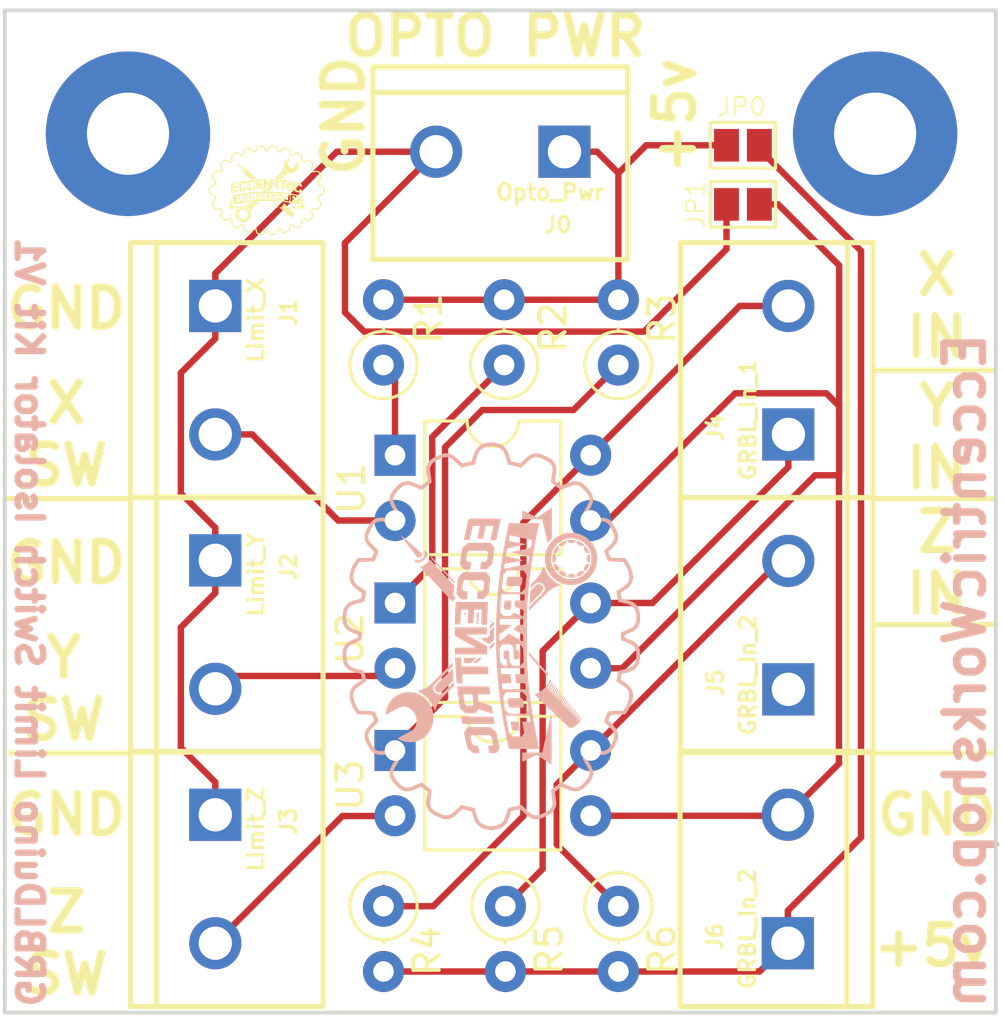
<source format=kicad_pcb>
(kicad_pcb (version 20171130) (host pcbnew "(5.1.5)-3")
  (title_block (title "Limit Switch Isolator - THT") (date 2018-07-08) (rev V1) (company "The Eccentric Workshop"))
  (layers (0 F.Cu signal) (31 B.Cu signal) (34 B.Paste user) (35 F.Paste user) (36 B.SilkS user) (37 F.SilkS user) (38 B.Mask user) (39 F.Mask user) (44 Edge.Cuts user))
  (net 0 "")
  (net 1 "Net-(J0-Pad1)")
  (net 2 "Net-(J0-Pad2)")
  (net 3 "Net-(J1-Pad2)")
  (net 4 "Net-(J2-Pad2)")
  (net 5 "Net-(J3-Pad2)")
  (net 6 "Net-(J4-Pad1)")
  (net 7 "Net-(J4-Pad2)")
  (net 8 "Net-(J5-Pad1)")
  (net 9 "Net-(J5-Pad2)")
  (net 10 "Net-(J6-Pad1)")
  (net 11 "Net-(J6-Pad2)")
  (net 12 "Net-(R1-Pad1)")
  (net 13 "Net-(R2-Pad1)")
  (net 14 "Net-(R3-Pad1)")
  (module Mounting_Holes:MountingHole_3.2mm_M3_Pad (layer F.Cu) (at 163.4 74.9)
    (fp_text reference REF** hide)
    (fp_text value MountingHole_3.2mm_M3_Pad)
    (pad 1 thru_hole circle (at 0 0) (size 6.4 6.4) (drill 3.2) (layers *.Cu *.Mask))
  )
  (module GRBLDuinoV2:SPARKFUN-CONNECTORS_SCREWTERMINAL-5MM-2 (layer F.Cu) (at 151.3 75.6 180)
    (fp_text reference J0 (at 0.254 -2.8448 180) (layer F.SilkS) (effects (font (size 0.6096 0.6096) (thickness 0.127))))
    (fp_text value Opto_Pwr (at 0.5588 -1.5748 180) (layer F.SilkS) (effects (font (size 0.6096 0.6096) (thickness 0.127))))
    (pad 1 thru_hole rect (at 0 0 180) (size 2.032 2.032) (drill 1.29794) (layers *.Cu *.Paste *.Mask) (net 1 "Net-(J0-Pad1)"))
    (pad 2 thru_hole circle (at 4.99872 0 180) (size 2.032 2.032) (drill 1.29794) (layers *.Cu *.Paste *.Mask) (net 2 "Net-(J0-Pad2)"))
  )
  (module GRBLDuinoV2:SPARKFUN-CONNECTORS_SCREWTERMINAL-5MM-2 (layer F.Cu) (at 137.7 81.60128 270)
    (fp_text reference J1 (at 0.254 -2.8448 270) (layer F.SilkS) (effects (font (size 0.6096 0.6096) (thickness 0.127))))
    (fp_text value Limit_X (at 0.5588 -1.5748 270) (layer F.SilkS) (effects (font (size 0.6096 0.6096) (thickness 0.127))))
    (pad 1 thru_hole rect (at 0 0 270) (size 2.032 2.032) (drill 1.29794) (layers *.Cu *.Paste *.Mask) (net 2 "Net-(J0-Pad2)"))
    (pad 2 thru_hole circle (at 4.99872 0 270) (size 2.032 2.032) (drill 1.29794) (layers *.Cu *.Paste *.Mask) (net 3 "Net-(J1-Pad2)"))
  )
  (module GRBLDuinoV2:SPARKFUN-CONNECTORS_SCREWTERMINAL-5MM-2 (layer F.Cu) (at 137.7 91.50128 270)
    (fp_text reference J2 (at 0.254 -2.8448 270) (layer F.SilkS) (effects (font (size 0.6096 0.6096) (thickness 0.127))))
    (fp_text value Limit_Y (at 0.5588 -1.5748 270) (layer F.SilkS) (effects (font (size 0.6096 0.6096) (thickness 0.127))))
    (pad 1 thru_hole rect (at 0 0 270) (size 2.032 2.032) (drill 1.29794) (layers *.Cu *.Paste *.Mask) (net 2 "Net-(J0-Pad2)"))
    (pad 2 thru_hole circle (at 4.99872 0 270) (size 2.032 2.032) (drill 1.29794) (layers *.Cu *.Paste *.Mask) (net 4 "Net-(J2-Pad2)"))
  )
  (module GRBLDuinoV2:SPARKFUN-CONNECTORS_SCREWTERMINAL-5MM-2 (layer F.Cu) (at 137.7 101.40128 270)
    (fp_text reference J3 (at 0.254 -2.8448 270) (layer F.SilkS) (effects (font (size 0.6096 0.6096) (thickness 0.127))))
    (fp_text value Limit_Z (at 0.5588 -1.5748 270) (layer F.SilkS) (effects (font (size 0.6096 0.6096) (thickness 0.127))))
    (pad 1 thru_hole rect (at 0 0 270) (size 2.032 2.032) (drill 1.29794) (layers *.Cu *.Paste *.Mask) (net 2 "Net-(J0-Pad2)"))
    (pad 2 thru_hole circle (at 4.99872 0 270) (size 2.032 2.032) (drill 1.29794) (layers *.Cu *.Paste *.Mask) (net 5 "Net-(J3-Pad2)"))
  )
  (module GRBLDuinoV2:SPARKFUN-CONNECTORS_SCREWTERMINAL-5MM-2 (layer F.Cu) (at 160.02 86.6 90)
    (fp_text reference J4 (at 0.254 -2.8448 90) (layer F.SilkS) (effects (font (size 0.6096 0.6096) (thickness 0.127))))
    (fp_text value GRBL_In_1 (at 0.5588 -1.5748 90) (layer F.SilkS) (effects (font (size 0.6096 0.6096) (thickness 0.127))))
    (pad 1 thru_hole rect (at 0 0 90) (size 2.032 2.032) (drill 1.29794) (layers *.Cu *.Paste *.Mask) (net 6 "Net-(J4-Pad1)"))
    (pad 2 thru_hole circle (at 4.99872 0 90) (size 2.032 2.032) (drill 1.29794) (layers *.Cu *.Paste *.Mask) (net 7 "Net-(J4-Pad2)"))
  )
  (module GRBLDuinoV2:SPARKFUN-CONNECTORS_SCREWTERMINAL-5MM-2 (layer F.Cu) (at 160.02 96.52 90)
    (fp_text reference J5 (at 0.254 -2.8448 90) (layer F.SilkS) (effects (font (size 0.6096 0.6096) (thickness 0.127))))
    (fp_text value GRBL_In_2 (at 0.5588 -1.5748 90) (layer F.SilkS) (effects (font (size 0.6096 0.6096) (thickness 0.127))))
    (pad 1 thru_hole rect (at 0 0 90) (size 2.032 2.032) (drill 1.29794) (layers *.Cu *.Paste *.Mask) (net 8 "Net-(J5-Pad1)"))
    (pad 2 thru_hole circle (at 4.99872 0 90) (size 2.032 2.032) (drill 1.29794) (layers *.Cu *.Paste *.Mask) (net 9 "Net-(J5-Pad2)"))
  )
  (module GRBLDuinoV2:SPARKFUN-CONNECTORS_SCREWTERMINAL-5MM-2 (layer F.Cu) (at 160 106.39872 90)
    (fp_text reference J6 (at 0.254 -2.8448 90) (layer F.SilkS) (effects (font (size 0.6096 0.6096) (thickness 0.127))))
    (fp_text value GRBL_In_2 (at 0.5588 -1.5748 90) (layer F.SilkS) (effects (font (size 0.6096 0.6096) (thickness 0.127))))
    (pad 1 thru_hole rect (at 0 0 90) (size 2.032 2.032) (drill 1.29794) (layers *.Cu *.Paste *.Mask) (net 10 "Net-(J6-Pad1)"))
    (pad 2 thru_hole circle (at 4.99872 0 90) (size 2.032 2.032) (drill 1.29794) (layers *.Cu *.Paste *.Mask) (net 11 "Net-(J6-Pad2)"))
  )
  (module Mounting_Holes:MountingHole_3.2mm_M3_Pad (layer F.Cu) (at 134.3 74.9)
    (fp_text reference REF** hide)
    (fp_text value MountingHole_3.2mm_M3_Pad)
    (pad 1 thru_hole circle (at 0 0) (size 6.4 6.4) (drill 3.2) (layers *.Cu *.Mask))
  )
  (module "EW Logo:logo3000" (layer B.Cu) (at 148.45 94.45 270)
    (fp_text reference G*** hide)
    (fp_text value LOGO hide)
  )
  (module "EW Logo:logo10000" (layer F.Cu) (at 139.7 77.1)
    (fp_text reference G*** hide)
    (fp_text value LOGO hide)
  )
  (module Resistors_THT:R_Axial_DIN0207_L6.3mm_D2.5mm_P2.54mm_Vertical (layer F.Cu) (at 144.25 83.9 90)
    (fp_text reference R1 (at 1.8 1.75 90) (layer F.SilkS))
    (fp_text value 220)
    (pad 1 thru_hole circle (at 0 0 90) (size 1.6 1.6) (drill 0.8) (layers *.Cu *.Mask) (net 12 "Net-(R1-Pad1)"))
    (pad 2 thru_hole oval (at 2.54 0 90) (size 1.6 1.6) (drill 0.8) (layers *.Cu *.Mask) (net 1 "Net-(J0-Pad1)"))
  )
  (module Resistors_THT:R_Axial_DIN0207_L6.3mm_D2.5mm_P2.54mm_Vertical (layer F.Cu) (at 148.95 83.9 90)
    (fp_text reference R2 (at 1.45 1.9 90) (layer F.SilkS))
    (fp_text value 220)
    (pad 1 thru_hole circle (at 0 0 90) (size 1.6 1.6) (drill 0.8) (layers *.Cu *.Mask) (net 13 "Net-(R2-Pad1)"))
    (pad 2 thru_hole oval (at 2.54 0 90) (size 1.6 1.6) (drill 0.8) (layers *.Cu *.Mask) (net 1 "Net-(J0-Pad1)"))
  )
  (module Resistors_THT:R_Axial_DIN0207_L6.3mm_D2.5mm_P2.54mm_Vertical (layer F.Cu) (at 153.4 83.9 90)
    (fp_text reference R3 (at 1.8 1.7 90) (layer F.SilkS))
    (fp_text value 220)
    (pad 1 thru_hole circle (at 0 0 90) (size 1.6 1.6) (drill 0.8) (layers *.Cu *.Mask) (net 14 "Net-(R3-Pad1)"))
    (pad 2 thru_hole oval (at 2.54 0 90) (size 1.6 1.6) (drill 0.8) (layers *.Cu *.Mask) (net 1 "Net-(J0-Pad1)"))
  )
  (module Resistors_THT:R_Axial_DIN0207_L6.3mm_D2.5mm_P2.54mm_Vertical (layer F.Cu) (at 144.25 104.96 270)
    (fp_text reference R4 (at 1.74 -1.7 270) (layer F.SilkS))
    (fp_text value 1k)
    (pad 1 thru_hole circle (at 0 0 270) (size 1.6 1.6) (drill 0.8) (layers *.Cu *.Mask) (net 7 "Net-(J4-Pad2)"))
    (pad 2 thru_hole oval (at 2.54 0 270) (size 1.6 1.6) (drill 0.8) (layers *.Cu *.Mask) (net 10 "Net-(J6-Pad1)"))
  )
  (module Resistors_THT:R_Axial_DIN0207_L6.3mm_D2.5mm_P2.54mm_Vertical (layer F.Cu) (at 149 104.96 270)
    (fp_text reference R5 (at 1.69 -1.7 270) (layer F.SilkS))
    (fp_text value 1k)
    (pad 1 thru_hole circle (at 0 0 270) (size 1.6 1.6) (drill 0.8) (layers *.Cu *.Mask) (net 6 "Net-(J4-Pad1)"))
    (pad 2 thru_hole oval (at 2.54 0 270) (size 1.6 1.6) (drill 0.8) (layers *.Cu *.Mask) (net 10 "Net-(J6-Pad1)"))
  )
  (module Resistors_THT:R_Axial_DIN0207_L6.3mm_D2.5mm_P2.54mm_Vertical (layer F.Cu) (at 153.4 104.96 270)
    (fp_text reference R6 (at 1.69 -1.7 270) (layer F.SilkS))
    (fp_text value 1k)
    (pad 1 thru_hole circle (at 0 0 270) (size 1.6 1.6) (drill 0.8) (layers *.Cu *.Mask) (net 9 "Net-(J5-Pad2)"))
    (pad 2 thru_hole oval (at 2.54 0 270) (size 1.6 1.6) (drill 0.8) (layers *.Cu *.Mask) (net 10 "Net-(J6-Pad1)"))
  )
  (module Housings_DIP:DIP-4_W7.62mm (layer F.Cu) (at 144.7 87.41)
    (fp_text reference U1 (at -1.7 1.29 90) (layer F.SilkS))
    (fp_text value LTV-817)
    (pad 1 thru_hole rect (at 0 0) (size 1.6 1.6) (drill 0.8) (layers *.Cu *.Mask) (net 12 "Net-(R1-Pad1)"))
    (pad 3 thru_hole oval (at 7.62 2.54) (size 1.6 1.6) (drill 0.8) (layers *.Cu *.Mask) (net 11 "Net-(J6-Pad2)"))
    (pad 2 thru_hole oval (at 0 2.54) (size 1.6 1.6) (drill 0.8) (layers *.Cu *.Mask) (net 3 "Net-(J1-Pad2)"))
    (pad 4 thru_hole oval (at 7.62 0) (size 1.6 1.6) (drill 0.8) (layers *.Cu *.Mask) (net 7 "Net-(J4-Pad2)"))
  )
  (module Housings_DIP:DIP-4_W7.62mm (layer F.Cu) (at 144.7 93.16)
    (fp_text reference U2 (at -1.75 1.39 90) (layer F.SilkS))
    (fp_text value LTV-817)
    (pad 1 thru_hole rect (at 0 0) (size 1.6 1.6) (drill 0.8) (layers *.Cu *.Mask) (net 13 "Net-(R2-Pad1)"))
    (pad 3 thru_hole oval (at 7.62 2.54) (size 1.6 1.6) (drill 0.8) (layers *.Cu *.Mask) (net 11 "Net-(J6-Pad2)"))
    (pad 2 thru_hole oval (at 0 2.54) (size 1.6 1.6) (drill 0.8) (layers *.Cu *.Mask) (net 4 "Net-(J2-Pad2)"))
    (pad 4 thru_hole oval (at 7.62 0) (size 1.6 1.6) (drill 0.8) (layers *.Cu *.Mask) (net 6 "Net-(J4-Pad1)"))
  )
  (module Housings_DIP:DIP-4_W7.62mm (layer F.Cu) (at 144.7 98.9)
    (fp_text reference U3 (at -1.75 1.35 90) (layer F.SilkS))
    (fp_text value LTV-817)
    (pad 1 thru_hole rect (at 0 0) (size 1.6 1.6) (drill 0.8) (layers *.Cu *.Mask) (net 14 "Net-(R3-Pad1)"))
    (pad 3 thru_hole oval (at 7.62 2.54) (size 1.6 1.6) (drill 0.8) (layers *.Cu *.Mask) (net 11 "Net-(J6-Pad2)"))
    (pad 2 thru_hole oval (at 0 2.54) (size 1.6 1.6) (drill 0.8) (layers *.Cu *.Mask) (net 5 "Net-(J3-Pad2)"))
    (pad 4 thru_hole oval (at 7.62 0) (size 1.6 1.6) (drill 0.8) (layers *.Cu *.Mask) (net 9 "Net-(J5-Pad2)"))
  )
  (module Connectors:GS2 (layer F.Cu) (at 158.25 75.35 90)
    (fp_text reference JP0 (at 1.5 -0.05 180) (layer F.SilkS) (effects (font (size 0.7 0.7) (thickness 0.08))))
    (fp_text value PWR_Select)
    (pad 1 smd rect (at 0 -0.64 90) (size 1.27 0.97) (layers F.Cu F.Paste F.Mask) (net 1 "Net-(J0-Pad1)"))
    (pad 2 smd rect (at 0 0.64 90) (size 1.27 0.97) (layers F.Cu F.Paste F.Mask) (net 10 "Net-(J6-Pad1)"))
  )
  (module Connectors:GS2 (layer F.Cu) (at 158.25 77.65 90)
    (fp_text reference JP1 (at 0 -1.85 270) (layer F.SilkS) (effects (font (size 0.7 0.7) (thickness 0.08))))
    (fp_text value GND_Select)
    (pad 1 smd rect (at 0 -0.64 90) (size 1.27 0.97) (layers F.Cu F.Paste F.Mask) (net 2 "Net-(J0-Pad2)"))
    (pad 2 smd rect (at 0 0.64 90) (size 1.27 0.97) (layers F.Cu F.Paste F.Mask) (net 11 "Net-(J6-Pad2)"))
  )
  (gr_line (start 163.3 94) (end 168.1 94) (layer F.SilkS) (width 0.2))
  (gr_line (start 163.3 89.1) (end 168.1 89.1) (layer F.SilkS) (width 0.2))
  (gr_line (start 163.3 84.1) (end 168 84.1) (layer F.SilkS) (width 0.2))
  (gr_line (start 163.3 99) (end 168 99) (layer F.SilkS) (width 0.2))
  (gr_text "GRBLDuino Limit Switch Isolator Kit V1" (at 130.45 93.9 270) (layer B.SilkS) (effects (font (size 1 1) (thickness 0.25)) (justify mirror)))
  (gr_text EccentricWorkshop.com (at 166.9 95.8 90) (layer B.SilkS) (effects (font (size 1.5 1.5) (thickness 0.3)) (justify mirror)))
  (gr_line (start 129.5 70.1) (end 168.1 70.1) (layer Edge.Cuts) (width 0.15))
  (gr_line (start 129.5 109.1) (end 129.5 70.1) (layer Edge.Cuts) (width 0.15))
  (gr_line (start 168.1 109.1) (end 168.1 70.1) (layer Edge.Cuts) (width 0.15))
  (gr_line (start 129.5 109.1) (end 168.1 109.1) (layer Edge.Cuts) (width 0.15))
  (gr_text "OPTO PWR" (at 148.6 71.1) (layer F.SilkS) (effects (font (size 1.5 1.5) (thickness 0.3))))
  (gr_line (start 134.4 89.1) (end 129.6 89.1) (layer F.SilkS) (width 0.2))
  (gr_line (start 134.3 99) (end 129.7 99) (layer F.SilkS) (width 0.2))
  (gr_text "Y\nIN" (at 165.8 86.7) (layer F.SilkS) (effects (font (size 1.5 1.5) (thickness 0.3))))
  (gr_text "Z\nIN" (at 165.8 91.6) (layer F.SilkS) (effects (font (size 1.5 1.5) (thickness 0.3))))
  (gr_text "X\nIN" (at 165.8 81.6) (layer F.SilkS) (effects (font (size 1.5 1.5) (thickness 0.3))))
  (gr_text GND (at 165.8 101.4) (layer F.SilkS) (effects (font (size 1.5 1.5) (thickness 0.3))))
  (gr_text +5v (at 165.6 106.5) (layer F.SilkS) (effects (font (size 1.5 1.5) (thickness 0.3))))
  (gr_text "X\nSW" (at 131.9 86.6) (layer F.SilkS) (effects (font (size 1.5 1.5) (thickness 0.3))))
  (gr_text "Y\nSW" (at 131.8 96.5) (layer F.SilkS) (effects (font (size 1.5 1.5) (thickness 0.3))))
  (gr_text "Z\nSW" (at 131.9 106.4) (layer F.SilkS) (effects (font (size 1.5 1.5) (thickness 0.3))))
  (gr_text GND (at 131.9 101.4) (layer F.SilkS) (effects (font (size 1.5 1.5) (thickness 0.3))))
  (gr_text +5v (at 155.6 74.2 90) (layer F.SilkS) (effects (font (size 1.5 1.5) (thickness 0.3))))
  (gr_text GND (at 142.7 74.2 90) (layer F.SilkS) (effects (font (size 1.5 1.5) (thickness 0.3))))
  (gr_text GND (at 131.9 91.6) (layer F.SilkS) (effects (font (size 1.5 1.5) (thickness 0.3))))
  (gr_text GND (at 131.9 81.7) (layer F.SilkS) (effects (font (size 1.5 1.5) (thickness 0.3))))
  (segment (start 153.4 76.434) (end 154.484 75.35) (width 0.25) (layer F.Cu) (net 1))
  (segment (start 154.484 75.35) (end 157.61 75.35) (width 0.25) (layer F.Cu) (net 1))
  (segment (start 153.4 76.434) (end 153.4 81.36) (width 0.25) (layer F.Cu) (net 1))
  (segment (start 151.3 75.6) (end 152.566 75.6) (width 0.25) (layer F.Cu) (net 1))
  (segment (start 152.566 75.6) (end 153.4 76.434) (width 0.25) (layer F.Cu) (net 1))
  (segment (start 148.95 81.36) (end 150.08137 81.36) (width 0.25) (layer F.Cu) (net 1))
  (segment (start 150.08137 81.36) (end 153.4 81.36) (width 0.25) (layer F.Cu) (net 1))
  (segment (start 144.25 81.36) (end 145.38137 81.36) (width 0.25) (layer F.Cu) (net 1))
  (segment (start 145.38137 81.36) (end 148.95 81.36) (width 0.25) (layer F.Cu) (net 1))
  (segment (start 157.61 77.65) (end 157.61 79.39) (width 0.25) (layer F.Cu) (net 2))
  (segment (start 145.285281 76.615999) (end 146.30128 75.6) (width 0.25) (layer F.Cu) (net 2))
  (segment (start 157.61 79.39) (end 154.4 82.6) (width 0.25) (layer F.Cu) (net 2))
  (segment (start 154.4 82.6) (end 143.5 82.6) (width 0.25) (layer F.Cu) (net 2))
  (segment (start 143.5 82.6) (end 142.75 81.85) (width 0.25) (layer F.Cu) (net 2))
  (segment (start 142.75 81.85) (end 142.75 79.15128) (width 0.25) (layer F.Cu) (net 2))
  (segment (start 142.75 79.15128) (end 145.285281 76.615999) (width 0.25) (layer F.Cu) (net 2))
  (segment (start 142.43528 75.6) (end 146.30128 75.6) (width 0.25) (layer F.Cu) (net 2))
  (segment (start 137.7 81.60128) (end 137.7 80.33528) (width 0.25) (layer F.Cu) (net 2))
  (segment (start 137.7 80.33528) (end 142.43528 75.6) (width 0.25) (layer F.Cu) (net 2))
  (segment (start 137.7 91.50128) (end 137.7 90.23528) (width 0.25) (layer F.Cu) (net 2))
  (segment (start 137.7 90.23528) (end 136.358999 88.894279) (width 0.25) (layer F.Cu) (net 2))
  (segment (start 136.358999 88.894279) (end 136.358999 84.208281) (width 0.25) (layer F.Cu) (net 2))
  (segment (start 136.358999 84.208281) (end 137.7 82.86728) (width 0.25) (layer F.Cu) (net 2))
  (segment (start 137.7 82.86728) (end 137.7 81.60128) (width 0.25) (layer F.Cu) (net 2))
  (segment (start 137.7 101.40128) (end 137.7 100.13528) (width 0.25) (layer F.Cu) (net 2))
  (segment (start 137.7 100.13528) (end 136.358999 98.794279) (width 0.25) (layer F.Cu) (net 2))
  (segment (start 136.358999 98.794279) (end 136.358999 94.108281) (width 0.25) (layer F.Cu) (net 2))
  (segment (start 136.358999 94.108281) (end 137.7 92.76728) (width 0.25) (layer F.Cu) (net 2))
  (segment (start 137.7 92.76728) (end 137.7 91.50128) (width 0.25) (layer F.Cu) (net 2))
  (segment (start 137.7 86.6) (end 139.13684 86.6) (width 0.25) (layer F.Cu) (net 3))
  (segment (start 139.13684 86.6) (end 142.48684 89.95) (width 0.25) (layer F.Cu) (net 3))
  (segment (start 142.48684 89.95) (end 144.7 89.95) (width 0.25) (layer F.Cu) (net 3))
  (segment (start 137.7 96.5) (end 138.2 96) (width 0.25) (layer F.Cu) (net 4))
  (segment (start 138.2 96) (end 144.4 96) (width 0.25) (layer F.Cu) (net 4))
  (segment (start 144.4 96) (end 144.7 95.7) (width 0.25) (layer F.Cu) (net 4))
  (segment (start 137.7 106.4) (end 142.65 101.45) (width 0.25) (layer F.Cu) (net 5))
  (segment (start 142.65 101.45) (end 144.69 101.45) (width 0.25) (layer F.Cu) (net 5))
  (segment (start 144.69 101.45) (end 144.7 101.44) (width 0.25) (layer F.Cu) (net 5))
  (segment (start 149 104.96) (end 150.45 103.51) (width 0.25) (layer F.Cu) (net 6))
  (segment (start 150.45 95.03) (end 152.32 93.16) (width 0.25) (layer F.Cu) (net 6))
  (segment (start 150.45 103.51) (end 150.45 95.03) (width 0.25) (layer F.Cu) (net 6))
  (segment (start 152.32 93.38) (end 152.32 93.16) (width 0.25) (layer F.Cu) (net 6))
  (segment (start 160.02 86.6) (end 160.02 87.866) (width 0.25) (layer F.Cu) (net 6))
  (segment (start 160.02 87.866) (end 154.726 93.16) (width 0.25) (layer F.Cu) (net 6))
  (segment (start 154.726 93.16) (end 152.32 93.16) (width 0.25) (layer F.Cu) (net 6))
  (segment (start 152.32 87.41) (end 149.7 90.03) (width 0.25) (layer F.Cu) (net 7))
  (segment (start 149.7 90.03) (end 149.7 101.45) (width 0.25) (layer F.Cu) (net 7))
  (segment (start 149.7 101.45) (end 146.19 104.96) (width 0.25) (layer F.Cu) (net 7))
  (segment (start 146.19 104.96) (end 144.25 104.96) (width 0.25) (layer F.Cu) (net 7))
  (segment (start 160.02 81.60128) (end 158.12872 81.60128) (width 0.25) (layer F.Cu) (net 7))
  (segment (start 158.12872 81.60128) (end 152.32 87.41) (width 0.25) (layer F.Cu) (net 7))
  (segment (start 144.25 104.91) (end 144.25 104.25) (width 0.25) (layer F.Cu) (net 7))
  (segment (start 153.4 104.96) (end 151 102.56) (width 0.25) (layer F.Cu) (net 9))
  (segment (start 151 102.56) (end 151 100.22) (width 0.25) (layer F.Cu) (net 9))
  (segment (start 151 100.22) (end 151.520001 99.699999) (width 0.25) (layer F.Cu) (net 9))
  (segment (start 151.520001 99.699999) (end 152.32 98.9) (width 0.25) (layer F.Cu) (net 9))
  (segment (start 152.32 98.9) (end 159.69872 91.52128) (width 0.25) (layer F.Cu) (net 9))
  (segment (start 159.69872 91.52128) (end 160.02 91.52128) (width 0.25) (layer F.Cu) (net 9))
  (segment (start 160.02 91.52128) (end 160 91.54128) (width 0.25) (layer F.Cu) (net 9))
  (segment (start 160 106.39872) (end 160 105.13272) (width 0.25) (layer F.Cu) (net 10))
  (segment (start 160 105.13272) (end 162.85 102.28272) (width 0.25) (layer F.Cu) (net 10))
  (segment (start 162.85 102.28272) (end 162.85 79.46) (width 0.25) (layer F.Cu) (net 10))
  (segment (start 162.85 79.46) (end 158.89 75.5) (width 0.25) (layer F.Cu) (net 10))
  (segment (start 158.89 75.5) (end 158.89 75.35) (width 0.25) (layer F.Cu) (net 10))
  (segment (start 153.4 107.5) (end 158.89872 107.5) (width 0.25) (layer F.Cu) (net 10))
  (segment (start 158.89872 107.5) (end 160 106.39872) (width 0.25) (layer F.Cu) (net 10))
  (segment (start 144.25 107.5) (end 145.38137 107.5) (width 0.25) (layer F.Cu) (net 10))
  (segment (start 145.38137 107.5) (end 149 107.5) (width 0.25) (layer F.Cu) (net 10))
  (segment (start 149 107.5) (end 153.4 107.5) (width 0.25) (layer F.Cu) (net 10))
  (segment (start 158.89 77.65) (end 159.625 77.65) (width 0.25) (layer F.Cu) (net 11))
  (segment (start 159.625 77.65) (end 162 80.025) (width 0.25) (layer F.Cu) (net 11))
  (segment (start 162 80.025) (end 162 85.5) (width 0.25) (layer F.Cu) (net 11))
  (segment (start 152.32 101.44) (end 159.96 101.44) (width 0.25) (layer F.Cu) (net 11))
  (segment (start 159.96 101.44) (end 160 101.4) (width 0.25) (layer F.Cu) (net 11))
  (segment (start 161.991001 88.191001) (end 161.991001 99.391001) (width 0.25) (layer F.Cu) (net 11))
  (segment (start 161.991001 99.391001) (end 162 99.4) (width 0.25) (layer F.Cu) (net 11))
  (segment (start 161.991001 88.191001) (end 162 88.182002) (width 0.25) (layer F.Cu) (net 11))
  (segment (start 162 88.182002) (end 162 85.5) (width 0.25) (layer F.Cu) (net 11))
  (segment (start 161.058999 88.191001) (end 161.991001 88.191001) (width 0.25) (layer F.Cu) (net 11))
  (segment (start 161.058999 88.191001) (end 153.55 95.7) (width 0.25) (layer F.Cu) (net 11))
  (segment (start 153.55 95.7) (end 152.32 95.7) (width 0.25) (layer F.Cu) (net 11))
  (segment (start 152.32 89.95) (end 153 89.95) (width 0.25) (layer F.Cu) (net 11))
  (segment (start 153 89.95) (end 157.95 85) (width 0.25) (layer F.Cu) (net 11))
  (segment (start 161.5 85) (end 162 85.5) (width 0.25) (layer F.Cu) (net 11))
  (segment (start 157.95 85) (end 161.5 85) (width 0.25) (layer F.Cu) (net 11))
  (segment (start 162 99.4) (end 161.7 99.7) (width 0.25) (layer F.Cu) (net 11))
  (segment (start 161.7 99.7) (end 160 101.4) (width 0.25) (layer F.Cu) (net 11))
  (segment (start 144.7 87.41) (end 144.7 84.35) (width 0.25) (layer F.Cu) (net 12))
  (segment (start 144.7 84.35) (end 144.25 83.9) (width 0.25) (layer F.Cu) (net 12))
  (segment (start 144.3 87.01) (end 144.7 87.41) (width 0.25) (layer F.Cu) (net 12))
  (segment (start 146.15 91.7) (end 146.15 86.7) (width 0.25) (layer F.Cu) (net 13))
  (segment (start 146.15 86.7) (end 147.4 85.45) (width 0.25) (layer F.Cu) (net 13))
  (segment (start 147.4 85.45) (end 148.95 83.9) (width 0.25) (layer F.Cu) (net 13))
  (segment (start 144.7 93.16) (end 144.7 93.15) (width 0.25) (layer F.Cu) (net 13))
  (segment (start 144.7 93.15) (end 146.15 91.7) (width 0.25) (layer F.Cu) (net 13))
  (segment (start 144.57 93.13) (end 144.355 93.13) (width 0.25) (layer F.Cu) (net 13))
  (segment (start 153.4 83.9) (end 151.65 85.65) (width 0.25) (layer F.Cu) (net 14))
  (segment (start 151.65 85.65) (end 148.1 85.65) (width 0.25) (layer F.Cu) (net 14))
  (segment (start 148.1 85.65) (end 146.65 87.1) (width 0.25) (layer F.Cu) (net 14))
  (segment (start 146.65 87.1) (end 146.65 96.85) (width 0.25) (layer F.Cu) (net 14))
  (segment (start 146.65 96.85) (end 144.355 99.145) (width 0.25) (layer F.Cu) (net 14))
)
</source>
